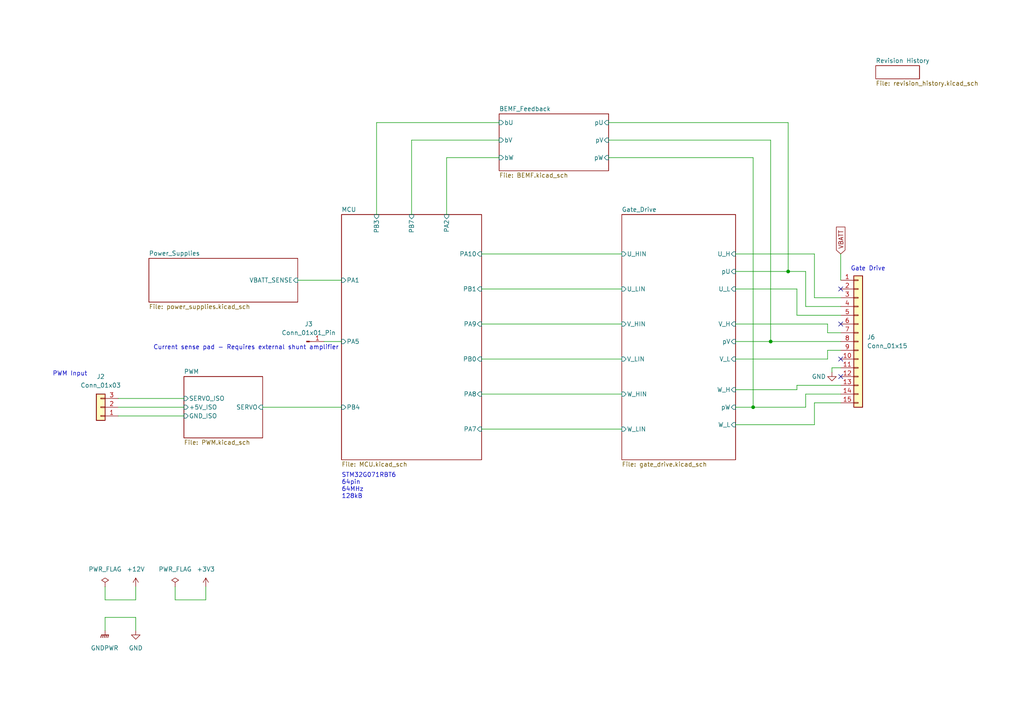
<source format=kicad_sch>
(kicad_sch (version 20230121) (generator eeschema)
  (paper "A4")
  (lib_symbols
    (symbol "Connector:Conn_01x01_Pin" (pin_names (offset 1.016) hide)
      (property "Reference" "J" (at 0 2.54 0))
      (property "Value" "Conn_01x01_Pin" (at 0 -2.54 0))
      (symbol "Conn_01x01_Pin_1_1"
        (polyline (pts (xy 1.27 0) (xy 0.8636 0)) (stroke (width 0.1524)))
        (rectangle (start 0.8636 0.127) (end 0 -0.127) (stroke (width 0.1524)) (fill (type outline)))
        (pin passive line (at 5.08 0 180) (length 3.81) (name "Pin_1") (number "1"))
      )
    )
    (symbol "Connector_Generic:Conn_01x03" (pin_names (offset 1.016) hide)
      (property "Reference" "J" (at 0 5.08 0))
      (property "Value" "Conn_01x03" (at 0 -5.08 0))
      (symbol "Conn_01x03_1_1"
        (rectangle (start -1.27 -2.413) (end 0 -2.667) (stroke (width 0.1524)))
        (rectangle (start -1.27 0.127) (end 0 -0.127) (stroke (width 0.1524)))
        (rectangle (start -1.27 2.667) (end 0 2.413) (stroke (width 0.1524)))
        (rectangle (start -1.27 3.81) (end 1.27 -3.81) (stroke (width 0.254)) (fill (type background)))
        (pin passive line (at -5.08 2.54 0) (length 3.81) (name "Pin_1") (number "1"))
        (pin passive line (at -5.08 0 0) (length 3.81) (name "Pin_2") (number "2"))
        (pin passive line (at -5.08 -2.54 0) (length 3.81) (name "Pin_3") (number "3"))
      )
    )
    (symbol "Connector_Generic:Conn_01x15" (pin_names (offset 1.016) hide)
      (property "Reference" "J" (at 0 20.32 0))
      (property "Value" "Conn_01x15" (at 0 -20.32 0))
      (symbol "Conn_01x15_1_1"
        (rectangle (start -1.27 -17.653) (end 0 -17.907) (stroke (width 0.1524)))
        (rectangle (start -1.27 -15.113) (end 0 -15.367) (stroke (width 0.1524)))
        (rectangle (start -1.27 -12.573) (end 0 -12.827) (stroke (width 0.1524)))
        (rectangle (start -1.27 -10.033) (end 0 -10.287) (stroke (width 0.1524)))
        (rectangle (start -1.27 -7.493) (end 0 -7.747) (stroke (width 0.1524)))
        (rectangle (start -1.27 -4.953) (end 0 -5.207) (stroke (width 0.1524)))
        (rectangle (start -1.27 -2.413) (end 0 -2.667) (stroke (width 0.1524)))
        (rectangle (start -1.27 0.127) (end 0 -0.127) (stroke (width 0.1524)))
        (rectangle (start -1.27 2.667) (end 0 2.413) (stroke (width 0.1524)))
        (rectangle (start -1.27 5.207) (end 0 4.953) (stroke (width 0.1524)))
        (rectangle (start -1.27 7.747) (end 0 7.493) (stroke (width 0.1524)))
        (rectangle (start -1.27 10.287) (end 0 10.033) (stroke (width 0.1524)))
        (rectangle (start -1.27 12.827) (end 0 12.573) (stroke (width 0.1524)))
        (rectangle (start -1.27 15.367) (end 0 15.113) (stroke (width 0.1524)))
        (rectangle (start -1.27 17.907) (end 0 17.653) (stroke (width 0.1524)))
        (rectangle (start -1.27 19.05) (end 1.27 -19.05) (stroke (width 0.254)) (fill (type background)))
        (pin passive line (at -5.08 17.78 0) (length 3.81) (name "Pin_1") (number "1"))
        (pin passive line (at -5.08 -5.08 0) (length 3.81) (name "Pin_10") (number "10"))
        (pin passive line (at -5.08 -7.62 0) (length 3.81) (name "Pin_11") (number "11"))
        (pin passive line (at -5.08 -10.16 0) (length 3.81) (name "Pin_12") (number "12"))
        (pin passive line (at -5.08 -12.7 0) (length 3.81) (name "Pin_13") (number "13"))
        (pin passive line (at -5.08 -15.24 0) (length 3.81) (name "Pin_14") (number "14"))
        (pin passive line (at -5.08 -17.78 0) (length 3.81) (name "Pin_15") (number "15"))
        (pin passive line (at -5.08 15.24 0) (length 3.81) (name "Pin_2") (number "2"))
        (pin passive line (at -5.08 12.7 0) (length 3.81) (name "Pin_3") (number "3"))
        (pin passive line (at -5.08 10.16 0) (length 3.81) (name "Pin_4") (number "4"))
        (pin passive line (at -5.08 7.62 0) (length 3.81) (name "Pin_5") (number "5"))
        (pin passive line (at -5.08 5.08 0) (length 3.81) (name "Pin_6") (number "6"))
        (pin passive line (at -5.08 2.54 0) (length 3.81) (name "Pin_7") (number "7"))
        (pin passive line (at -5.08 0 0) (length 3.81) (name "Pin_8") (number "8"))
        (pin passive line (at -5.08 -2.54 0) (length 3.81) (name "Pin_9") (number "9"))
      )
    )
    (symbol "power:+12V" (power) (pin_names (offset 0))
      (property "Value" "+12V" (at 0 3.556 0))
      (symbol "+12V_0_1"
        (polyline (pts (xy -0.762 1.27) (xy 0 2.54)))
        (polyline (pts (xy 0 0) (xy 0 2.54)))
        (polyline (pts (xy 0 2.54) (xy 0.762 1.27)))
      )
      (symbol "+12V_1_1"
        (pin power_in line (at 0 0 90) (length 0) hide (name "+12V") (number "1"))
      )
    )
    (symbol "power:+3V3" (power) (pin_names (offset 0))
      (property "Value" "+3V3" (at 0 3.556 0))
      (symbol "+3V3_0_1"
        (polyline (pts (xy -0.762 1.27) (xy 0 2.54)))
        (polyline (pts (xy 0 0) (xy 0 2.54)))
        (polyline (pts (xy 0 2.54) (xy 0.762 1.27)))
      )
      (symbol "+3V3_1_1"
        (pin power_in line (at 0 0 90) (length 0) hide (name "+3V3") (number "1"))
      )
    )
    (symbol "power:GND" (power) (pin_names (offset 0))
      (property "Value" "GND" (at 0 -3.81 0))
      (symbol "GND_0_1"
        (polyline (pts (xy 0 0) (xy 0 -1.27) (xy 1.27 -1.27) (xy 0 -2.54) (xy -1.27 -1.27) (xy 0 -1.27)))
      )
      (symbol "GND_1_1"
        (pin power_in line (at 0 0 270) (length 0) hide (name "GND") (number "1"))
      )
    )
    (symbol "power:GNDPWR" (power) (pin_names (offset 0))
      (property "Value" "GNDPWR" (at 0 -3.302 0))
      (symbol "GNDPWR_0_1"
        (polyline (pts (xy 0 -1.27) (xy 0 0)))
        (polyline (pts (xy -1.016 -1.27) (xy -1.27 -2.032) (xy -1.27 -2.032)) (stroke (width 0.2032)))
        (polyline (pts (xy -0.508 -1.27) (xy -0.762 -2.032) (xy -0.762 -2.032)) (stroke (width 0.2032)))
        (polyline (pts (xy 0 -1.27) (xy -0.254 -2.032) (xy -0.254 -2.032)) (stroke (width 0.2032)))
        (polyline (pts (xy 0.508 -1.27) (xy 0.254 -2.032) (xy 0.254 -2.032)) (stroke (width 0.2032)))
        (polyline (pts (xy 1.016 -1.27) (xy -1.016 -1.27) (xy -1.016 -1.27)) (stroke (width 0.2032)))
        (polyline (pts (xy 1.016 -1.27) (xy 0.762 -2.032) (xy 0.762 -2.032) (xy 0.762 -2.032)) (stroke (width 0.2032)))
      )
      (symbol "GNDPWR_1_1"
        (pin power_in line (at 0 0 270) (length 0) hide (name "GNDPWR") (number "1"))
      )
    )
    (symbol "power:PWR_FLAG" (power) (pin_numbers hide) (pin_names (offset 0) hide)
      (property "Value" "PWR_FLAG" (at 0 3.81 0))
      (symbol "PWR_FLAG_0_0"
        (pin power_out line (at 0 0 90) (length 0) (name "pwr") (number "1"))
      )
      (symbol "PWR_FLAG_0_1"
        (polyline (pts (xy 0 0) (xy 0 1.27) (xy -1.016 1.905) (xy 0 2.54) (xy 1.016 1.905) (xy 0 1.27)))
      )
    )
  )
  (junction (at 223.52 99.06))
  (junction (at 228.6 78.74))
  (junction (at 218.44 118.11))
  (no_connect (at 243.84 83.82))
  (no_connect (at 243.84 93.98))
  (no_connect (at 243.84 104.14))
  (no_connect (at 243.84 109.22))
  (wire (pts (xy 243.84 91.44) (xy 231.14 91.44)))
  (wire (pts (xy 119.38 40.64) (xy 119.38 62.23)))
  (wire (pts (xy 243.84 73.66) (xy 243.84 81.28)))
  (wire (pts (xy 213.36 99.06) (xy 223.52 99.06)))
  (wire (pts (xy 218.44 118.11) (xy 233.68 118.11)))
  (wire (pts (xy 34.29 120.65) (xy 53.34 120.65)))
  (wire (pts (xy 236.22 123.19) (xy 236.22 116.84)))
  (wire (pts (xy 240.03 101.6) (xy 240.03 104.14)))
  (wire (pts (xy 176.53 35.56) (xy 228.6 35.56)))
  (wire (pts (xy 231.14 83.82) (xy 213.36 83.82)))
  (wire (pts (xy 228.6 78.74) (xy 213.36 78.74)))
  (wire (pts (xy 231.14 83.82) (xy 231.14 91.44)))
  (wire (pts (xy 243.84 101.6) (xy 240.03 101.6)))
  (wire (pts (xy 243.84 114.3) (xy 233.68 114.3)))
  (wire (pts (xy 236.22 116.84) (xy 243.84 116.84)))
  (wire (pts (xy 233.68 114.3) (xy 233.68 118.11)))
  (wire (pts (xy 59.69 173.99) (xy 59.69 170.18)))
  (wire (pts (xy 109.22 35.56) (xy 109.22 62.23)))
  (wire (pts (xy 176.53 40.64) (xy 223.52 40.64)))
  (wire (pts (xy 139.7 73.66) (xy 180.34 73.66)))
  (wire (pts (xy 30.48 170.18) (xy 30.48 173.99)))
  (wire (pts (xy 243.84 111.76) (xy 231.14 111.76)))
  (wire (pts (xy 236.22 73.66) (xy 213.36 73.66)))
  (wire (pts (xy 231.14 111.76) (xy 231.14 113.03)))
  (wire (pts (xy 144.78 45.72) (xy 129.54 45.72)))
  (wire (pts (xy 139.7 83.82) (xy 180.34 83.82)))
  (wire (pts (xy 129.54 45.72) (xy 129.54 62.23)))
  (wire (pts (xy 213.36 118.11) (xy 218.44 118.11)))
  (wire (pts (xy 86.36 81.28) (xy 99.06 81.28)))
  (wire (pts (xy 30.48 173.99) (xy 39.37 173.99)))
  (wire (pts (xy 240.03 93.98) (xy 240.03 96.52)))
  (wire (pts (xy 39.37 179.07) (xy 39.37 182.88)))
  (wire (pts (xy 34.29 115.57) (xy 53.34 115.57)))
  (wire (pts (xy 139.7 93.98) (xy 180.34 93.98)))
  (wire (pts (xy 243.84 106.68) (xy 241.3 106.68)))
  (wire (pts (xy 176.53 45.72) (xy 218.44 45.72)))
  (wire (pts (xy 213.36 113.03) (xy 231.14 113.03)))
  (wire (pts (xy 76.2 118.11) (xy 99.06 118.11)))
  (wire (pts (xy 243.84 86.36) (xy 236.22 86.36)))
  (wire (pts (xy 30.48 182.88) (xy 30.48 179.07)))
  (wire (pts (xy 218.44 45.72) (xy 218.44 118.11)))
  (wire (pts (xy 233.68 78.74) (xy 233.68 88.9)))
  (wire (pts (xy 144.78 35.56) (xy 109.22 35.56)))
  (wire (pts (xy 228.6 35.56) (xy 228.6 78.74)))
  (wire (pts (xy 223.52 40.64) (xy 223.52 99.06)))
  (wire (pts (xy 50.8 173.99) (xy 59.69 173.99)))
  (wire (pts (xy 240.03 93.98) (xy 213.36 93.98)))
  (wire (pts (xy 30.48 179.07) (xy 39.37 179.07)))
  (wire (pts (xy 241.3 106.68) (xy 241.3 107.95)))
  (wire (pts (xy 223.52 99.06) (xy 243.84 99.06)))
  (wire (pts (xy 213.36 104.14) (xy 240.03 104.14)))
  (wire (pts (xy 236.22 73.66) (xy 236.22 86.36)))
  (wire (pts (xy 233.68 78.74) (xy 228.6 78.74)))
  (wire (pts (xy 93.98 99.06) (xy 99.06 99.06)))
  (wire (pts (xy 139.7 104.14) (xy 180.34 104.14)))
  (wire (pts (xy 139.7 124.46) (xy 180.34 124.46)))
  (wire (pts (xy 243.84 88.9) (xy 233.68 88.9)))
  (wire (pts (xy 139.7 114.3) (xy 180.34 114.3)))
  (wire (pts (xy 213.36 123.19) (xy 236.22 123.19)))
  (wire (pts (xy 39.37 173.99) (xy 39.37 170.18)))
  (wire (pts (xy 144.78 40.64) (xy 119.38 40.64)))
  (wire (pts (xy 243.84 96.52) (xy 240.03 96.52)))
  (wire (pts (xy 50.8 170.18) (xy 50.8 173.99)))
  (wire (pts (xy 34.29 118.11) (xy 53.34 118.11)))
  (text "PWM Input" (at 15.24 109.22 0) (effects (font (size 1.27 1.27)) (justify left bottom)))
  (text "Gate Drive " (at 257.81 78.74 0) (effects (font (size 1.27 1.27)) (justify right bottom)))
  (text "STM32G071RBT6 \n64pin\n64MHz\n128kB" (at 99.06 144.78 0) (effects (font (size 1.27 1.27)) (justify left bottom)))
  (text "Current sense pad - Requires external shunt amplifier" (at 44.45 101.6 0) (effects (font (size 1.27 1.27)) (justify left bottom)))
  (global_label "VBATT" (shape input) (at 243.84 73.66 90) (property "Intersheetrefs" "${INTERSHEET_REFS}" (effects hide)))
  (symbol (lib_id "Connector:Conn_01x01_Pin") (at 88.9 99.06 0) (unit 1)
    (property "Reference" "J3" (at 89.535 93.98 0))
    (property "Value" "Conn_01x01_Pin" (at 89.535 96.52 0))
    (property "Footprint" "TestPoint:TestPoint_Pad_1.0x1.0mm" (effects hide))
  )
  (symbol (lib_id "power:GNDPWR") (at 30.48 182.88 0) (unit 1)
    (property "Reference" "#PWR0162" (effects hide))
    (property "Value" "GNDPWR" (at 30.353 187.96 0))
  )
  (symbol (lib_id "power:PWR_FLAG") (at 30.48 170.18 0) (unit 1)
    (property "Reference" "#FLG0103" (effects hide))
    (property "Value" "PWR_FLAG" (at 30.48 165.1 0))
  )
  (symbol (lib_id "power:+12V") (at 39.37 170.18 0) (unit 1)
    (property "Reference" "#PWR0166" (effects hide))
    (property "Value" "+12V" (at 39.37 165.1 0))
  )
  (symbol (lib_id "power:GND") (at 39.37 182.88 0) (unit 1)
    (property "Reference" "#PWR0163" (effects hide))
    (property "Value" "GND" (at 39.37 187.96 0))
  )
  (symbol (lib_id "Connector_Generic:Conn_01x15") (at 248.92 99.06 0) (unit 1)
    (property "Reference" "J6" (at 251.46 97.7899 0) (effects (justify left)))
    (property "Value" "Conn_01x15" (at 251.46 100.3299 0) (effects (justify left)))
    (property "Footprint" "Connector_PinHeader_2.00mm:PinHeader_1x15_P2.00mm_Vertical" (effects hide))
  )
  (symbol (lib_id "power:+3V3") (at 59.69 170.18 0) (unit 1)
    (property "Reference" "#PWR0165" (effects hide))
    (property "Value" "+3V3" (at 59.69 165.1 0))
  )
  (symbol (lib_id "power:GND") (at 241.3 107.95 0) (unit 1)
    (property "Reference" "#PWR0101" (effects hide))
    (property "Value" "GND" (at 237.49 109.22 0))
  )
  (symbol (lib_id "power:PWR_FLAG") (at 50.8 170.18 0) (unit 1)
    (property "Reference" "#FLG0101" (effects hide))
    (property "Value" "PWR_FLAG" (at 50.8 165.1 0))
  )
  (symbol (lib_id "Connector_Generic:Conn_01x03") (at 29.21 118.11 180) (unit 1)
    (property "Reference" "J2" (at 29.21 109.22 0))
    (property "Value" "Conn_01x03" (at 29.21 111.76 0))
    (property "Footprint" "MAG_Connectors:PWM_PADS" (effects hide))
  )
  (sheet (at 180.34 62.23) (size 33.02 71.12) (stroke (width 0.1524))
    (property "Sheetname" "Gate_Drive" (at 180.34 61.5184 0) (effects (justify left bottom)))
    (property "Sheetfile" "gate_drive.kicad_sch" (at 180.34 133.9346 0) (effects (justify left top)))
    (pin "W_HIN" input (at 180.34 114.3 180))
    (pin "W_LIN" input (at 180.34 124.46 180))
    (pin "U_LIN" input (at 180.34 83.82 180))
    (pin "U_HIN" input (at 180.34 73.66 180))
    (pin "V_LIN" input (at 180.34 104.14 180))
    (pin "V_HIN" input (at 180.34 93.98 180))
    (pin "U_H" input (at 213.36 73.66 0))
    (pin "pU" input (at 213.36 78.74 0))
    (pin "U_L" input (at 213.36 83.82 0))
    (pin "V_H" input (at 213.36 93.98 0))
    (pin "pV" input (at 213.36 99.06 0))
    (pin "W_H" input (at 213.36 113.03 0))
    (pin "W_L" input (at 213.36 123.19 0))
    (pin "pW" input (at 213.36 118.11 0))
    (pin "V_L" input (at 213.36 104.14 0))
  )
  (sheet (at 254 19.05) (size 12.7 3.81) (stroke (width 0.1524))
    (property "Sheetname" "Revision History" (at 254 18.3384 0) (effects (justify left bottom)))
    (property "Sheetfile" "revision_history.kicad_sch" (at 254 23.4446 0) (effects (justify left top)))
  )
  (sheet (at 144.78 33.02) (size 31.75 16.51) (stroke (width 0.1524))
    (property "Sheetname" "BEMF_Feedback" (at 144.78 32.3084 0) (effects (justify left bottom)))
    (property "Sheetfile" "BEMF.kicad_sch" (at 144.78 50.1146 0) (effects (justify left top)))
    (pin "pV" input (at 176.53 40.64 0))
    (pin "pU" input (at 176.53 35.56 0))
    (pin "pW" input (at 176.53 45.72 0))
    (pin "bV" input (at 144.78 40.64 180))
    (pin "bU" input (at 144.78 35.56 180))
    (pin "bW" input (at 144.78 45.72 180))
  )
  (sheet (at 53.34 109.22) (size 22.86 17.78) (stroke (width 0.1524))
    (property "Sheetname" "PWM" (at 53.34 108.5084 0) (effects (justify left bottom)))
    (property "Sheetfile" "PWM.kicad_sch" (at 53.34 127.5846 0) (effects (justify left top)))
    (pin "GND_ISO" input (at 53.34 120.65 180))
    (pin "+5V_ISO" input (at 53.34 118.11 180))
    (pin "SERVO_ISO" input (at 53.34 115.57 180))
    (pin "SERVO" input (at 76.2 118.11 0))
  )
  (sheet (at 99.06 62.23) (size 40.64 71.12) (stroke (width 0.1524))
    (property "Sheetname" "MCU" (at 99.06 61.5184 0) (effects (justify left bottom)))
    (property "Sheetfile" "MCU.kicad_sch" (at 99.06 133.9346 0) (effects (justify left top)))
    (pin "PA10" input (at 139.7 73.66 0))
    (pin "PA9" input (at 139.7 93.98 0))
    (pin "PA8" input (at 139.7 114.3 0))
    (pin "PB0" input (at 139.7 104.14 0))
    (pin "PA7" input (at 139.7 124.46 0))
    (pin "PB7" input (at 119.38 62.23 90))
    (pin "PA1" input (at 99.06 81.28 180))
    (pin "PA5" input (at 99.06 99.06 180))
    (pin "PA2" input (at 129.54 62.23 90))
    (pin "PB3" input (at 109.22 62.23 90))
    (pin "PB4" input (at 99.06 118.11 180))
    (pin "PB1" input (at 139.7 83.82 0))
  )
  (sheet (at 43.18 74.93) (size 43.18 12.7) (stroke (width 0.1524))
    (property "Sheetname" "Power_Supplies" (at 43.18 74.2184 0) (effects (justify left bottom)))
    (property "Sheetfile" "power_supplies.kicad_sch" (at 43.18 88.2146 0) (effects (justify left top)))
    (pin "VBATT_SENSE" input (at 86.36 81.28 0))
  )
)
</source>
